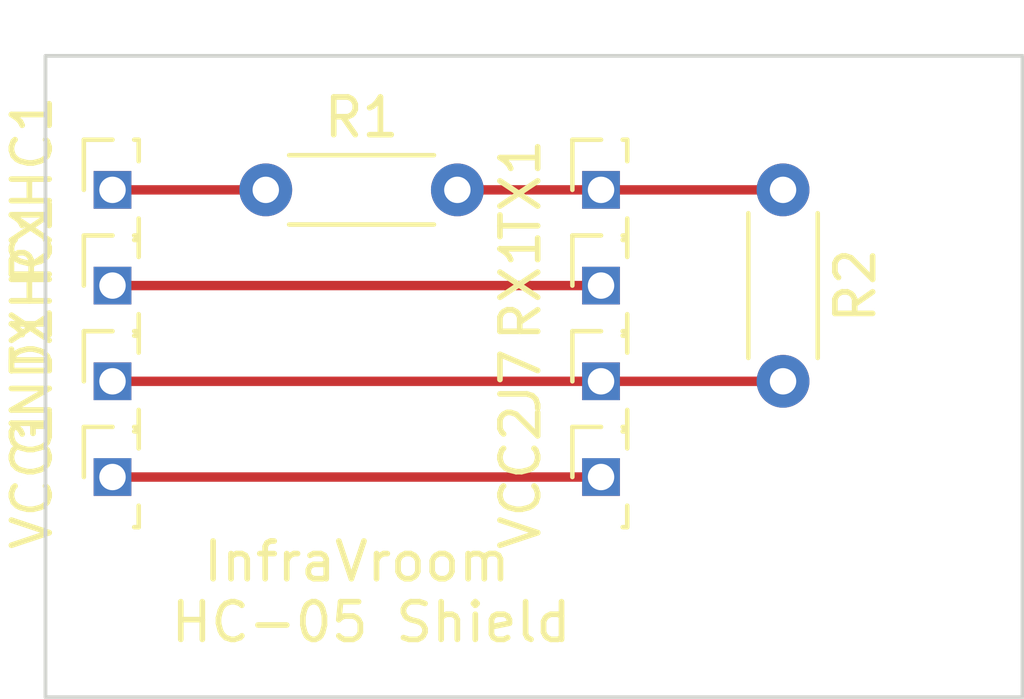
<source format=kicad_pcb>
(kicad_pcb (version 20211014) (generator pcbnew)
  (layers (0 "F.Cu" signal) (31 "B.Cu" signal) (34 "B.Paste" user) (35 "F.Paste" user) (36 "B.SilkS" user "B.Silkscreen") (37 "F.SilkS" user "F.Silkscreen") (38 "B.Mask" user) (39 "F.Mask" user) (44 "Edge.Cuts" user))
  (net 0 "")
  (net 1 "GND")
  (net 2 "+5V")
  (net 3 "Net-(RXHC1-Pad1)")
  (net 4 "Net-(TX1-Pad1)")
  (net 5 "Net-(RX1-Pad1)")
  (footprint "Connector_PinSocket_1.27mm:PinSocket_1x01_P1.27mm_Vertical" (layer "F.Cu") (at 47.244 26.416 90)
    (fp_text reference "VCC2" (at 0 -2.135 90) (layer "F.SilkS"))
    (fp_text value "VCC")
    (fp_line (start -1.33 0.695) (end -0.76 0.695) (layer "F.SilkS") (width 0.12))
    (fp_line (start 0 -0.76) (end 1.33 -0.76) (layer "F.SilkS") (width 0.12))
    (fp_line (start 0.76 0.695) (end 1.33 0.695) (layer "F.SilkS") (width 0.12))
    (fp_line (start 1.33 -0.76) (end 1.33 0) (layer "F.SilkS") (width 0.12))
    (fp_line (start 1.33 0.575) (end 1.33 0.695) (layer "F.SilkS") (width 0.12))
    (fp_line (start -1.33 0.575) (end -1.33 0.695) (layer "F.SilkS") (width 0.12))
    (pad "1" thru_hole rect (at 0 0 90) (size 1 1) (drill 0.7) (layers *.Cu *.Mask) (net 2 "+5V"))
  )
  (footprint "Resistor_THT:R_Axial_DIN0204_L3.6mm_D1.6mm_P5.08mm_Horizontal" (layer "F.Cu") (at 52.07 18.796 -90)
    (fp_text reference "R2" (at 2.54 -1.92 90) (layer "F.SilkS"))
    (fp_text value "2.2K")
    (fp_line (start 0.62 -0.92) (end 4.46 -0.92) (layer "F.SilkS") (width 0.12))
    (fp_line (start 0.62 0.92) (end 4.46 0.92) (layer "F.SilkS") (width 0.12))
    (pad "1" thru_hole circle (at 0 0 270) (size 1.4 1.4) (drill 0.7) (layers *.Cu *.Mask) (net 4 "Net-(TX1-Pad1)"))
    (pad "2" thru_hole oval (at 5.08 0 270) (size 1.4 1.4) (drill 0.7) (layers *.Cu *.Mask) (net 1 "GND"))
  )
  (footprint "Connector_PinSocket_1.27mm:PinSocket_1x01_P1.27mm_Vertical" (layer "F.Cu") (at 34.29 18.796 90)
    (fp_text reference "RXHC1" (at 0 -2.135 90) (layer "F.SilkS"))
    (fp_text value "RXHC")
    (fp_line (start -1.33 0.695) (end -0.76 0.695) (layer "F.SilkS") (width 0.12))
    (fp_line (start 1.33 0.575) (end 1.33 0.695) (layer "F.SilkS") (width 0.12))
    (fp_line (start 0 -0.76) (end 1.33 -0.76) (layer "F.SilkS") (width 0.12))
    (fp_line (start 0.76 0.695) (end 1.33 0.695) (layer "F.SilkS") (width 0.12))
    (fp_line (start 1.33 -0.76) (end 1.33 0) (layer "F.SilkS") (width 0.12))
    (fp_line (start -1.33 0.575) (end -1.33 0.695) (layer "F.SilkS") (width 0.12))
    (pad "1" thru_hole rect (at 0 0 90) (size 1 1) (drill 0.7) (layers *.Cu *.Mask) (net 3 "Net-(RXHC1-Pad1)"))
  )
  (footprint "Connector_PinSocket_1.27mm:PinSocket_1x01_P1.27mm_Vertical" (layer "F.Cu") (at 47.244 18.796 90)
    (fp_text reference "TX1" (at 0 -2.135 90) (layer "F.SilkS"))
    (fp_text value "TXD")
    (fp_line (start 1.33 0.575) (end 1.33 0.695) (layer "F.SilkS") (width 0.12))
    (fp_line (start 1.33 -0.76) (end 1.33 0) (layer "F.SilkS") (width 0.12))
    (fp_line (start -1.33 0.575) (end -1.33 0.695) (layer "F.SilkS") (width 0.12))
    (fp_line (start -1.33 0.695) (end -0.76 0.695) (layer "F.SilkS") (width 0.12))
    (fp_line (start 0 -0.76) (end 1.33 -0.76) (layer "F.SilkS") (width 0.12))
    (fp_line (start 0.76 0.695) (end 1.33 0.695) (layer "F.SilkS") (width 0.12))
    (pad "1" thru_hole rect (at 0 0 90) (size 1 1) (drill 0.7) (layers *.Cu *.Mask) (net 4 "Net-(TX1-Pad1)"))
  )
  (footprint "Connector_PinSocket_1.27mm:PinSocket_1x01_P1.27mm_Vertical" (layer "F.Cu") (at 34.29 23.876 90)
    (fp_text reference "GND1" (at 0 -2.135 90) (layer "F.SilkS"))
    (fp_text value "GND")
    (fp_line (start 0.76 0.695) (end 1.33 0.695) (layer "F.SilkS") (width 0.12))
    (fp_line (start -1.33 0.695) (end -0.76 0.695) (layer "F.SilkS") (width 0.12))
    (fp_line (start 1.33 -0.76) (end 1.33 0) (layer "F.SilkS") (width 0.12))
    (fp_line (start 0 -0.76) (end 1.33 -0.76) (layer "F.SilkS") (width 0.12))
    (fp_line (start -1.33 0.575) (end -1.33 0.695) (layer "F.SilkS") (width 0.12))
    (fp_line (start 1.33 0.575) (end 1.33 0.695) (layer "F.SilkS") (width 0.12))
    (pad "1" thru_hole rect (at 0 0 90) (size 1 1) (drill 0.7) (layers *.Cu *.Mask) (net 1 "GND"))
  )
  (footprint "Connector_PinSocket_1.27mm:PinSocket_1x01_P1.27mm_Vertical" (layer "F.Cu") (at 47.244 23.876 90)
    (fp_text reference "J7" (at 0 -2.135 90) (layer "F.SilkS"))
    (fp_text value "GND")
    (fp_line (start -1.33 0.575) (end -1.33 0.695) (layer "F.SilkS") (width 0.12))
    (fp_line (start -1.33 0.695) (end -0.76 0.695) (layer "F.SilkS") (width 0.12))
    (fp_line (start 1.33 0.575) (end 1.33 0.695) (layer "F.SilkS") (width 0.12))
    (fp_line (start 0.76 0.695) (end 1.33 0.695) (layer "F.SilkS") (width 0.12))
    (fp_line (start 0 -0.76) (end 1.33 -0.76) (layer "F.SilkS") (width 0.12))
    (fp_line (start 1.33 -0.76) (end 1.33 0) (layer "F.SilkS") (width 0.12))
    (pad "1" thru_hole rect (at 0 0 90) (size 1 1) (drill 0.7) (layers *.Cu *.Mask) (net 1 "GND"))
  )
  (footprint "Resistor_THT:R_Axial_DIN0204_L3.6mm_D1.6mm_P5.08mm_Horizontal" (layer "F.Cu") (at 38.354 18.796)
    (fp_text reference "R1" (at 2.54 -1.92) (layer "F.SilkS"))
    (fp_text value "1K")
    (fp_line (start 0.62 0.92) (end 4.46 0.92) (layer "F.SilkS") (width 0.12))
    (fp_line (start 0.62 -0.92) (end 4.46 -0.92) (layer "F.SilkS") (width 0.12))
    (pad "1" thru_hole circle (at 0 0) (size 1.4 1.4) (drill 0.7) (layers *.Cu *.Mask) (net 3 "Net-(RXHC1-Pad1)"))
    (pad "2" thru_hole oval (at 5.08 0) (size 1.4 1.4) (drill 0.7) (layers *.Cu *.Mask) (net 4 "Net-(TX1-Pad1)"))
  )
  (footprint "Connector_PinSocket_1.27mm:PinSocket_1x01_P1.27mm_Vertical" (layer "F.Cu") (at 34.29 26.416 90)
    (fp_text reference "VCC1" (at 0 -2.135 90) (layer "F.SilkS"))
    (fp_text value "VCC")
    (fp_line (start -1.33 0.575) (end -1.33 0.695) (layer "F.SilkS") (width 0.12))
    (fp_line (start 0.76 0.695) (end 1.33 0.695) (layer "F.SilkS") (width 0.12))
    (fp_line (start 1.33 -0.76) (end 1.33 0) (layer "F.SilkS") (width 0.12))
    (fp_line (start 0 -0.76) (end 1.33 -0.76) (layer "F.SilkS") (width 0.12))
    (fp_line (start 1.33 0.575) (end 1.33 0.695) (layer "F.SilkS") (width 0.12))
    (fp_line (start -1.33 0.695) (end -0.76 0.695) (layer "F.SilkS") (width 0.12))
    (pad "1" thru_hole rect (at 0 0 90) (size 1 1) (drill 0.7) (layers *.Cu *.Mask) (net 2 "+5V"))
  )
  (footprint "Connector_PinSocket_1.27mm:PinSocket_1x01_P1.27mm_Vertical" (layer "F.Cu") (at 34.29 21.336 90)
    (fp_text reference "TXHC1" (at 0 -2.135 90) (layer "F.SilkS"))
    (fp_text value "TXHC")
    (fp_line (start 0 -0.76) (end 1.33 -0.76) (layer "F.SilkS") (width 0.12))
    (fp_line (start -1.33 0.575) (end -1.33 0.695) (layer "F.SilkS") (width 0.12))
    (fp_line (start 1.33 0.575) (end 1.33 0.695) (layer "F.SilkS") (width 0.12))
    (fp_line (start 1.33 -0.76) (end 1.33 0) (layer "F.SilkS") (width 0.12))
    (fp_line (start 0.76 0.695) (end 1.33 0.695) (layer "F.SilkS") (width 0.12))
    (fp_line (start -1.33 0.695) (end -0.76 0.695) (layer "F.SilkS") (width 0.12))
    (pad "1" thru_hole rect (at 0 0 90) (size 1 1) (drill 0.7) (layers *.Cu *.Mask) (net 5 "Net-(RX1-Pad1)"))
  )
  (footprint "Connector_PinSocket_1.27mm:PinSocket_1x01_P1.27mm_Vertical" (layer "F.Cu") (at 47.244 21.336 90)
    (fp_text reference "RX1" (at 0 -2.135 90) (layer "F.SilkS"))
    (fp_text value "RXD")
    (fp_line (start 1.33 0.575) (end 1.33 0.695) (layer "F.SilkS") (width 0.12))
    (fp_line (start 0.76 0.695) (end 1.33 0.695) (layer "F.SilkS") (width 0.12))
    (fp_line (start -1.33 0.575) (end -1.33 0.695) (layer "F.SilkS") (width 0.12))
    (fp_line (start 0 -0.76) (end 1.33 -0.76) (layer "F.SilkS") (width 0.12))
    (fp_line (start 1.33 -0.76) (end 1.33 0) (layer "F.SilkS") (width 0.12))
    (fp_line (start -1.33 0.695) (end -0.76 0.695) (layer "F.SilkS") (width 0.12))
    (pad "1" thru_hole rect (at 0 0 90) (size 1 1) (drill 0.7) (layers *.Cu *.Mask) (net 5 "Net-(RX1-Pad1)"))
  )
  (gr_rect (start 32.512 15.24) (end 58.42 32.258) (layer "Edge.Cuts") (width 0.1) (fill none))
  (gr_text "InfraVroom \nHC-05 Shield" (at 41.148 29.464) (layer "F.SilkS") (effects (font (size 1 1))))
  (segment (start 34.29 23.876) (end 47.244 23.876) (width 0.25) (layer "F.Cu") (net 1))
  (segment (start 52.07 23.876) (end 47.244 23.876) (width 0.25) (layer "F.Cu") (net 1))
  (segment (start 34.29 26.416) (end 47.244 26.416) (width 0.25) (layer "F.Cu") (net 2))
  (segment (start 38.354 18.796) (end 34.29 18.796) (width 0.25) (layer "F.Cu") (net 3))
  (segment (start 47.244 18.796) (end 52.07 18.796) (width 0.25) (layer "F.Cu") (net 4))
  (segment (start 43.434 18.796) (end 47.244 18.796) (width 0.25) (layer "F.Cu") (net 4))
  (segment (start 34.29 21.336) (end 47.244 21.336) (width 0.25) (layer "F.Cu") (net 5))
)
</source>
